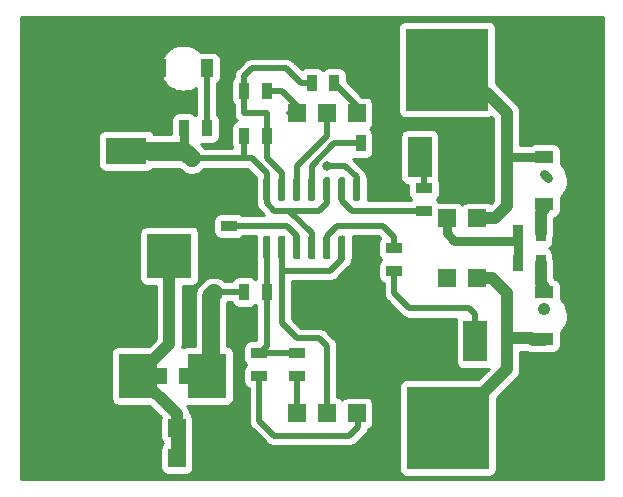
<source format=gbr>
G04 #@! TF.GenerationSoftware,KiCad,Pcbnew,5.99.0-unknown-d20d310~100~ubuntu19.10.1*
G04 #@! TF.CreationDate,2019-12-12T13:35:59+01:00*
G04 #@! TF.ProjectId,DEWHEAT,44455748-4541-4542-9e6b-696361645f70,rev?*
G04 #@! TF.SameCoordinates,Original*
G04 #@! TF.FileFunction,Copper,L1,Top*
G04 #@! TF.FilePolarity,Positive*
%FSLAX46Y46*%
G04 Gerber Fmt 4.6, Leading zero omitted, Abs format (unit mm)*
G04 Created by KiCad (PCBNEW 5.99.0-unknown-d20d310~100~ubuntu19.10.1) date 2019-12-12 13:35:59*
%MOMM*%
%LPD*%
G04 APERTURE LIST*
%ADD10R,3.810000X3.810000*%
%ADD11R,3.500000X2.300000*%
%ADD12R,1.524000X1.524000*%
%ADD13C,6.000000*%
%ADD14R,0.889000X1.397000*%
%ADD15R,1.397000X0.889000*%
%ADD16R,2.000000X3.500000*%
%ADD17R,7.000000X7.000000*%
%ADD18R,3.330000X3.810000*%
%ADD19R,1.500000X1.050000*%
%ADD20R,1.050000X1.500000*%
%ADD21C,0.800000*%
%ADD22C,0.500000*%
%ADD23C,1.500000*%
%ADD24C,0.250000*%
%ADD25C,0.750000*%
%ADD26C,1.000000*%
%ADD27C,0.254000*%
G04 APERTURE END LIST*
D10*
X76275000Y-74215000D03*
X79375000Y-69215000D03*
X73175000Y-69215000D03*
D11*
X70325000Y-60325000D03*
X75725000Y-60325000D03*
D12*
X95250000Y-57150000D03*
X92710000Y-57150000D03*
X90170000Y-57150000D03*
X90170000Y-82550000D03*
X92710000Y-82550000D03*
X95250000Y-82550000D03*
D13*
X111760000Y-53340000D03*
X71120000Y-83820000D03*
X71120000Y-53340000D03*
X111760000Y-83820000D03*
D14*
X85725000Y-72263000D03*
X87630000Y-72263000D03*
G04 #@! TA.AperFunction,SMDPad,CuDef*
G36*
X87837403Y-62601418D02*
G01*
X87886066Y-62633934D01*
X87918582Y-62682597D01*
X87930000Y-62740000D01*
X87930000Y-64390000D01*
X87918582Y-64447403D01*
X87886066Y-64496066D01*
X87837403Y-64528582D01*
X87780000Y-64540000D01*
X87480000Y-64540000D01*
X87422597Y-64528582D01*
X87373934Y-64496066D01*
X87341418Y-64447403D01*
X87330000Y-64390000D01*
X87330000Y-62740000D01*
X87341418Y-62682597D01*
X87373934Y-62633934D01*
X87422597Y-62601418D01*
X87480000Y-62590000D01*
X87780000Y-62590000D01*
X87837403Y-62601418D01*
G37*
G04 #@! TD.AperFunction*
G04 #@! TA.AperFunction,SMDPad,CuDef*
G36*
X89107403Y-62601418D02*
G01*
X89156066Y-62633934D01*
X89188582Y-62682597D01*
X89200000Y-62740000D01*
X89200000Y-64390000D01*
X89188582Y-64447403D01*
X89156066Y-64496066D01*
X89107403Y-64528582D01*
X89050000Y-64540000D01*
X88750000Y-64540000D01*
X88692597Y-64528582D01*
X88643934Y-64496066D01*
X88611418Y-64447403D01*
X88600000Y-64390000D01*
X88600000Y-62740000D01*
X88611418Y-62682597D01*
X88643934Y-62633934D01*
X88692597Y-62601418D01*
X88750000Y-62590000D01*
X89050000Y-62590000D01*
X89107403Y-62601418D01*
G37*
G04 #@! TD.AperFunction*
G04 #@! TA.AperFunction,SMDPad,CuDef*
G36*
X90377403Y-62601418D02*
G01*
X90426066Y-62633934D01*
X90458582Y-62682597D01*
X90470000Y-62740000D01*
X90470000Y-64390000D01*
X90458582Y-64447403D01*
X90426066Y-64496066D01*
X90377403Y-64528582D01*
X90320000Y-64540000D01*
X90020000Y-64540000D01*
X89962597Y-64528582D01*
X89913934Y-64496066D01*
X89881418Y-64447403D01*
X89870000Y-64390000D01*
X89870000Y-62740000D01*
X89881418Y-62682597D01*
X89913934Y-62633934D01*
X89962597Y-62601418D01*
X90020000Y-62590000D01*
X90320000Y-62590000D01*
X90377403Y-62601418D01*
G37*
G04 #@! TD.AperFunction*
G04 #@! TA.AperFunction,SMDPad,CuDef*
G36*
X91647403Y-62601418D02*
G01*
X91696066Y-62633934D01*
X91728582Y-62682597D01*
X91740000Y-62740000D01*
X91740000Y-64390000D01*
X91728582Y-64447403D01*
X91696066Y-64496066D01*
X91647403Y-64528582D01*
X91590000Y-64540000D01*
X91290000Y-64540000D01*
X91232597Y-64528582D01*
X91183934Y-64496066D01*
X91151418Y-64447403D01*
X91140000Y-64390000D01*
X91140000Y-62740000D01*
X91151418Y-62682597D01*
X91183934Y-62633934D01*
X91232597Y-62601418D01*
X91290000Y-62590000D01*
X91590000Y-62590000D01*
X91647403Y-62601418D01*
G37*
G04 #@! TD.AperFunction*
G04 #@! TA.AperFunction,SMDPad,CuDef*
G36*
X92917403Y-62601418D02*
G01*
X92966066Y-62633934D01*
X92998582Y-62682597D01*
X93010000Y-62740000D01*
X93010000Y-64390000D01*
X92998582Y-64447403D01*
X92966066Y-64496066D01*
X92917403Y-64528582D01*
X92860000Y-64540000D01*
X92560000Y-64540000D01*
X92502597Y-64528582D01*
X92453934Y-64496066D01*
X92421418Y-64447403D01*
X92410000Y-64390000D01*
X92410000Y-62740000D01*
X92421418Y-62682597D01*
X92453934Y-62633934D01*
X92502597Y-62601418D01*
X92560000Y-62590000D01*
X92860000Y-62590000D01*
X92917403Y-62601418D01*
G37*
G04 #@! TD.AperFunction*
G04 #@! TA.AperFunction,SMDPad,CuDef*
G36*
X94187403Y-62601418D02*
G01*
X94236066Y-62633934D01*
X94268582Y-62682597D01*
X94280000Y-62740000D01*
X94280000Y-64390000D01*
X94268582Y-64447403D01*
X94236066Y-64496066D01*
X94187403Y-64528582D01*
X94130000Y-64540000D01*
X93830000Y-64540000D01*
X93772597Y-64528582D01*
X93723934Y-64496066D01*
X93691418Y-64447403D01*
X93680000Y-64390000D01*
X93680000Y-62740000D01*
X93691418Y-62682597D01*
X93723934Y-62633934D01*
X93772597Y-62601418D01*
X93830000Y-62590000D01*
X94130000Y-62590000D01*
X94187403Y-62601418D01*
G37*
G04 #@! TD.AperFunction*
G04 #@! TA.AperFunction,SMDPad,CuDef*
G36*
X95457403Y-62601418D02*
G01*
X95506066Y-62633934D01*
X95538582Y-62682597D01*
X95550000Y-62740000D01*
X95550000Y-64390000D01*
X95538582Y-64447403D01*
X95506066Y-64496066D01*
X95457403Y-64528582D01*
X95400000Y-64540000D01*
X95100000Y-64540000D01*
X95042597Y-64528582D01*
X94993934Y-64496066D01*
X94961418Y-64447403D01*
X94950000Y-64390000D01*
X94950000Y-62740000D01*
X94961418Y-62682597D01*
X94993934Y-62633934D01*
X95042597Y-62601418D01*
X95100000Y-62590000D01*
X95400000Y-62590000D01*
X95457403Y-62601418D01*
G37*
G04 #@! TD.AperFunction*
G04 #@! TA.AperFunction,SMDPad,CuDef*
G36*
X95457403Y-67551418D02*
G01*
X95506066Y-67583934D01*
X95538582Y-67632597D01*
X95550000Y-67690000D01*
X95550000Y-69340000D01*
X95538582Y-69397403D01*
X95506066Y-69446066D01*
X95457403Y-69478582D01*
X95400000Y-69490000D01*
X95100000Y-69490000D01*
X95042597Y-69478582D01*
X94993934Y-69446066D01*
X94961418Y-69397403D01*
X94950000Y-69340000D01*
X94950000Y-67690000D01*
X94961418Y-67632597D01*
X94993934Y-67583934D01*
X95042597Y-67551418D01*
X95100000Y-67540000D01*
X95400000Y-67540000D01*
X95457403Y-67551418D01*
G37*
G04 #@! TD.AperFunction*
G04 #@! TA.AperFunction,SMDPad,CuDef*
G36*
X94187403Y-67551418D02*
G01*
X94236066Y-67583934D01*
X94268582Y-67632597D01*
X94280000Y-67690000D01*
X94280000Y-69340000D01*
X94268582Y-69397403D01*
X94236066Y-69446066D01*
X94187403Y-69478582D01*
X94130000Y-69490000D01*
X93830000Y-69490000D01*
X93772597Y-69478582D01*
X93723934Y-69446066D01*
X93691418Y-69397403D01*
X93680000Y-69340000D01*
X93680000Y-67690000D01*
X93691418Y-67632597D01*
X93723934Y-67583934D01*
X93772597Y-67551418D01*
X93830000Y-67540000D01*
X94130000Y-67540000D01*
X94187403Y-67551418D01*
G37*
G04 #@! TD.AperFunction*
G04 #@! TA.AperFunction,SMDPad,CuDef*
G36*
X92917403Y-67551418D02*
G01*
X92966066Y-67583934D01*
X92998582Y-67632597D01*
X93010000Y-67690000D01*
X93010000Y-69340000D01*
X92998582Y-69397403D01*
X92966066Y-69446066D01*
X92917403Y-69478582D01*
X92860000Y-69490000D01*
X92560000Y-69490000D01*
X92502597Y-69478582D01*
X92453934Y-69446066D01*
X92421418Y-69397403D01*
X92410000Y-69340000D01*
X92410000Y-67690000D01*
X92421418Y-67632597D01*
X92453934Y-67583934D01*
X92502597Y-67551418D01*
X92560000Y-67540000D01*
X92860000Y-67540000D01*
X92917403Y-67551418D01*
G37*
G04 #@! TD.AperFunction*
G04 #@! TA.AperFunction,SMDPad,CuDef*
G36*
X91647403Y-67551418D02*
G01*
X91696066Y-67583934D01*
X91728582Y-67632597D01*
X91740000Y-67690000D01*
X91740000Y-69340000D01*
X91728582Y-69397403D01*
X91696066Y-69446066D01*
X91647403Y-69478582D01*
X91590000Y-69490000D01*
X91290000Y-69490000D01*
X91232597Y-69478582D01*
X91183934Y-69446066D01*
X91151418Y-69397403D01*
X91140000Y-69340000D01*
X91140000Y-67690000D01*
X91151418Y-67632597D01*
X91183934Y-67583934D01*
X91232597Y-67551418D01*
X91290000Y-67540000D01*
X91590000Y-67540000D01*
X91647403Y-67551418D01*
G37*
G04 #@! TD.AperFunction*
G04 #@! TA.AperFunction,SMDPad,CuDef*
G36*
X90377403Y-67551418D02*
G01*
X90426066Y-67583934D01*
X90458582Y-67632597D01*
X90470000Y-67690000D01*
X90470000Y-69340000D01*
X90458582Y-69397403D01*
X90426066Y-69446066D01*
X90377403Y-69478582D01*
X90320000Y-69490000D01*
X90020000Y-69490000D01*
X89962597Y-69478582D01*
X89913934Y-69446066D01*
X89881418Y-69397403D01*
X89870000Y-69340000D01*
X89870000Y-67690000D01*
X89881418Y-67632597D01*
X89913934Y-67583934D01*
X89962597Y-67551418D01*
X90020000Y-67540000D01*
X90320000Y-67540000D01*
X90377403Y-67551418D01*
G37*
G04 #@! TD.AperFunction*
G04 #@! TA.AperFunction,SMDPad,CuDef*
G36*
X89107403Y-67551418D02*
G01*
X89156066Y-67583934D01*
X89188582Y-67632597D01*
X89200000Y-67690000D01*
X89200000Y-69340000D01*
X89188582Y-69397403D01*
X89156066Y-69446066D01*
X89107403Y-69478582D01*
X89050000Y-69490000D01*
X88750000Y-69490000D01*
X88692597Y-69478582D01*
X88643934Y-69446066D01*
X88611418Y-69397403D01*
X88600000Y-69340000D01*
X88600000Y-67690000D01*
X88611418Y-67632597D01*
X88643934Y-67583934D01*
X88692597Y-67551418D01*
X88750000Y-67540000D01*
X89050000Y-67540000D01*
X89107403Y-67551418D01*
G37*
G04 #@! TD.AperFunction*
G04 #@! TA.AperFunction,SMDPad,CuDef*
G36*
X87837403Y-67551418D02*
G01*
X87886066Y-67583934D01*
X87918582Y-67632597D01*
X87930000Y-67690000D01*
X87930000Y-69340000D01*
X87918582Y-69397403D01*
X87886066Y-69446066D01*
X87837403Y-69478582D01*
X87780000Y-69490000D01*
X87480000Y-69490000D01*
X87422597Y-69478582D01*
X87373934Y-69446066D01*
X87341418Y-69397403D01*
X87330000Y-69340000D01*
X87330000Y-67690000D01*
X87341418Y-67632597D01*
X87373934Y-67583934D01*
X87422597Y-67551418D01*
X87480000Y-67540000D01*
X87780000Y-67540000D01*
X87837403Y-67551418D01*
G37*
G04 #@! TD.AperFunction*
X108902500Y-67310000D03*
X110807500Y-67310000D03*
X108902500Y-69850000D03*
X110807500Y-69850000D03*
D15*
X100965000Y-63500000D03*
X100965000Y-65405000D03*
X98425000Y-70485000D03*
X98425000Y-68580000D03*
D14*
X80645000Y-58420000D03*
X82550000Y-58420000D03*
X80645000Y-79375000D03*
X78740000Y-79375000D03*
D16*
X100570000Y-60850000D03*
X105150000Y-60850000D03*
D17*
X102870000Y-53450000D03*
D16*
X105270000Y-76420000D03*
X100690000Y-76420000D03*
D17*
X102970000Y-83820000D03*
D12*
X102870000Y-66040000D03*
X105410000Y-66040000D03*
X102870000Y-71120000D03*
X105410000Y-71120000D03*
X82550000Y-83820000D03*
X82550000Y-86360000D03*
X80010000Y-83820000D03*
X80010000Y-86360000D03*
X77470000Y-83820000D03*
X77470000Y-86360000D03*
D18*
X82550000Y-79375000D03*
X76730000Y-79375000D03*
D19*
X111125000Y-60865000D03*
X111125000Y-64865000D03*
X111125000Y-76295000D03*
X111125000Y-72295000D03*
D20*
X78550000Y-53340000D03*
X82550000Y-53340000D03*
D14*
X87630000Y-55245000D03*
X85725000Y-55245000D03*
D15*
X86995000Y-79375000D03*
X86995000Y-77470000D03*
D14*
X91440000Y-54610000D03*
X93345000Y-54610000D03*
D15*
X90170000Y-77470000D03*
X90170000Y-79375000D03*
D14*
X95567500Y-59690000D03*
X97472500Y-59690000D03*
D15*
X84455000Y-66675000D03*
X84455000Y-68580000D03*
D14*
X85725000Y-59055000D03*
X87630000Y-59055000D03*
D21*
X92710000Y-61587000D03*
X83185000Y-73660000D03*
X81280000Y-60960000D03*
X83185000Y-72390000D03*
X103505000Y-62865000D03*
X103505000Y-61595000D03*
X105410000Y-63500000D03*
X99060000Y-77470000D03*
X99060000Y-76200000D03*
X99060000Y-74930000D03*
D22*
X95250000Y-63565000D02*
X95250000Y-62590000D01*
X95250000Y-62590000D02*
X94247000Y-61587000D01*
X93275685Y-61587000D02*
X92710000Y-61587000D01*
X94247000Y-61587000D02*
X93275685Y-61587000D01*
D23*
X82920000Y-77470000D02*
X82920000Y-73395000D01*
D24*
X82920000Y-73395000D02*
X83185000Y-73660000D01*
D23*
X82920000Y-73395000D02*
X82920000Y-72655000D01*
D22*
X82550000Y-54610000D02*
X82550000Y-58420000D01*
X85725000Y-60960000D02*
X81280000Y-60960000D01*
X85725000Y-59055000D02*
X85725000Y-60960000D01*
X86360000Y-53340000D02*
X85725000Y-53975000D01*
X85725000Y-53975000D02*
X85725000Y-55245000D01*
X87630000Y-57150000D02*
X85725000Y-57150000D01*
X87630000Y-59055000D02*
X87630000Y-57150000D01*
X85725000Y-57150000D02*
X85725000Y-55245000D01*
D24*
X93980000Y-68515000D02*
X93980000Y-67540000D01*
D25*
X80645000Y-58420000D02*
X80645000Y-60325000D01*
D22*
X104870000Y-54590000D02*
X104775000Y-54685000D01*
X104870000Y-53340000D02*
X104870000Y-54590000D01*
X104775000Y-54685000D02*
X104775000Y-55245000D01*
X100870000Y-56420000D02*
X100965000Y-56515000D01*
X100870000Y-53340000D02*
X100870000Y-56420000D01*
X102870000Y-56515000D02*
X103505000Y-56515000D01*
X104140000Y-56515000D02*
X102870000Y-56515000D01*
X100965000Y-61100000D02*
X101215000Y-60850000D01*
X100965000Y-63500000D02*
X100965000Y-61100000D01*
X85653500Y-66675000D02*
X84455000Y-66675000D01*
X90170000Y-67540000D02*
X89305000Y-66675000D01*
X89305000Y-66675000D02*
X85653500Y-66675000D01*
X90170000Y-68515000D02*
X90170000Y-67540000D01*
X87630000Y-63565000D02*
X87630000Y-62230000D01*
X86360000Y-60960000D02*
X85725000Y-60960000D01*
X87630000Y-62230000D02*
X86360000Y-60960000D01*
X87630000Y-63565000D02*
X87630000Y-64770000D01*
X87630000Y-64770000D02*
X88265000Y-65405000D01*
X92075000Y-65405000D02*
X92710000Y-64770000D01*
X92710000Y-64770000D02*
X92710000Y-64265010D01*
X89535000Y-65405000D02*
X91440000Y-67310000D01*
X89535000Y-65405000D02*
X92075000Y-65405000D01*
X88265000Y-65405000D02*
X89535000Y-65405000D01*
X91440000Y-67310000D02*
X91440000Y-67814990D01*
X83312000Y-72263000D02*
X83185000Y-72390000D01*
X85725000Y-72263000D02*
X83312000Y-72263000D01*
X87630000Y-68515000D02*
X87630000Y-72263000D01*
X87630000Y-76835000D02*
X86995000Y-77470000D01*
X87630000Y-72263000D02*
X87630000Y-76835000D01*
X90170000Y-77470000D02*
X86995000Y-77470000D01*
X90170000Y-79375000D02*
X90170000Y-82550000D01*
X86995000Y-79375000D02*
X86995000Y-83185000D01*
X86995000Y-83185000D02*
X88265000Y-84455000D01*
X88265000Y-84455000D02*
X94615000Y-84455000D01*
X95315010Y-83754990D02*
X95315010Y-82550000D01*
X94615000Y-84455000D02*
X95315010Y-83754990D01*
X92710000Y-76835000D02*
X92710000Y-82550000D01*
X92075000Y-76200000D02*
X92710000Y-76835000D01*
X90170000Y-76200000D02*
X92075000Y-76200000D01*
X88900000Y-74930000D02*
X90170000Y-76200000D01*
X92985000Y-70485000D02*
X93980000Y-69490000D01*
X93980000Y-69490000D02*
X93980000Y-68515000D01*
X88900000Y-70485000D02*
X92985000Y-70485000D01*
X88900000Y-70485000D02*
X88900000Y-74930000D01*
X88900000Y-68515000D02*
X88900000Y-70485000D01*
X98425000Y-67635500D02*
X97464500Y-66675000D01*
X98425000Y-68580000D02*
X98425000Y-67635500D01*
X92710000Y-67540000D02*
X92710000Y-68515000D01*
X93575000Y-66675000D02*
X92710000Y-67540000D01*
X97464500Y-66675000D02*
X93575000Y-66675000D01*
X105270000Y-74170000D02*
X105270000Y-76420000D01*
X104760000Y-73660000D02*
X105270000Y-74170000D01*
X98425000Y-72390000D02*
X99695000Y-73660000D01*
X99695000Y-73660000D02*
X104760000Y-73660000D01*
X98425000Y-70485000D02*
X98425000Y-72390000D01*
D26*
X102970000Y-83820000D02*
X107950000Y-78840000D01*
X107950000Y-57785000D02*
X107950000Y-57150000D01*
D25*
X104250000Y-53450000D02*
X102870000Y-53450000D01*
D26*
X107950000Y-57150000D02*
X104250000Y-53450000D01*
X106922000Y-66040000D02*
X105410000Y-66040000D01*
X107950000Y-65012000D02*
X106922000Y-66040000D01*
X111074999Y-73710001D02*
X111125000Y-73710001D01*
D25*
X111442500Y-62642500D02*
X111125000Y-62325000D01*
X103505000Y-67945000D02*
X108585000Y-67945000D01*
X102870000Y-66040000D02*
X102870000Y-67310000D01*
X102870000Y-67310000D02*
X103505000Y-67945000D01*
X108902500Y-67310000D02*
X108902500Y-69850000D01*
D26*
X111125000Y-65294000D02*
X111125000Y-64915001D01*
X110807500Y-67310000D02*
X110807500Y-65611500D01*
X110807500Y-65611500D02*
X111125000Y-65294000D01*
X111125000Y-71866000D02*
X111125000Y-72244999D01*
X110807500Y-69850000D02*
X110807500Y-71548500D01*
X110807500Y-71548500D02*
X111125000Y-71866000D01*
X107950000Y-73660000D02*
X107950000Y-74930000D01*
X107950000Y-72390000D02*
X107950000Y-73660000D01*
X105410000Y-71120000D02*
X106680000Y-71120000D01*
X106680000Y-71120000D02*
X107950000Y-72390000D01*
X110140999Y-76345001D02*
X111125000Y-76345001D01*
X107950000Y-76200000D02*
X109995998Y-76200000D01*
X107950000Y-76200000D02*
X107950000Y-74930000D01*
X109995998Y-76200000D02*
X110140999Y-76345001D01*
X107950000Y-78840000D02*
X107950000Y-76200000D01*
D25*
X108045000Y-60865000D02*
X107950000Y-60960000D01*
X111125000Y-60865000D02*
X108045000Y-60865000D01*
D26*
X107950000Y-57785000D02*
X107950000Y-60960000D01*
X107950000Y-60960000D02*
X107950000Y-65012000D01*
D22*
X90170000Y-57150000D02*
X89535000Y-57150000D01*
X90170000Y-57150000D02*
X90170000Y-56515000D01*
X90170000Y-56515000D02*
X88900000Y-55245000D01*
X88900000Y-55245000D02*
X87630000Y-55245000D01*
X90170000Y-63565000D02*
X90170000Y-61595000D01*
X88900000Y-63565000D02*
X88900000Y-62230000D01*
X87630000Y-60960000D02*
X87630000Y-59055000D01*
X88900000Y-62230000D02*
X87630000Y-60960000D01*
X95567500Y-59690000D02*
X93345000Y-59690000D01*
X91440000Y-61595000D02*
X91440000Y-63565000D01*
X93345000Y-59690000D02*
X91440000Y-61595000D01*
X93980000Y-64540000D02*
X93980000Y-63565000D01*
X94845000Y-65405000D02*
X93980000Y-64540000D01*
X100965000Y-65405000D02*
X94845000Y-65405000D01*
X90170000Y-61595000D02*
X92710000Y-59055000D01*
X92710000Y-59055000D02*
X92710000Y-57150000D01*
X95250000Y-56515000D02*
X93345000Y-54610000D01*
X95250000Y-57150000D02*
X95250000Y-56515000D01*
X90495500Y-54610000D02*
X89225500Y-53340000D01*
X91440000Y-54610000D02*
X90495500Y-54610000D01*
X89225500Y-53340000D02*
X86360000Y-53340000D01*
X82550000Y-54610000D02*
X82550000Y-53340000D01*
X77630000Y-60960000D02*
X76995000Y-60325000D01*
X81280000Y-60960000D02*
X77630000Y-60960000D01*
D23*
X82920000Y-72655000D02*
X83185000Y-72390000D01*
X80645000Y-60325000D02*
X81280000Y-60960000D01*
X76995000Y-60325000D02*
X80645000Y-60325000D01*
D24*
X80645000Y-86360000D02*
X80645000Y-83820000D01*
D26*
X79375000Y-76730000D02*
X76730000Y-79375000D01*
X79375000Y-69215000D02*
X79375000Y-76730000D01*
X80010000Y-86360000D02*
X80010000Y-83820000D01*
X80010000Y-82655000D02*
X76730000Y-79375000D01*
X80010000Y-83820000D02*
X80010000Y-82655000D01*
G36*
X116079000Y-88139000D02*
G01*
X66801000Y-88139000D01*
X66801000Y-59163976D01*
X73333163Y-59163976D01*
X73333163Y-61491588D01*
X73413795Y-61792512D01*
X73561185Y-61968165D01*
X73754814Y-62079956D01*
X73963976Y-62116837D01*
X77491588Y-62116837D01*
X77792512Y-62036205D01*
X77968165Y-61888815D01*
X77994039Y-61844000D01*
X80206730Y-61844000D01*
X80354468Y-61991739D01*
X80529946Y-62132828D01*
X80799290Y-62266531D01*
X81091062Y-62339278D01*
X81391650Y-62347674D01*
X81687028Y-62291327D01*
X81963415Y-62172868D01*
X82207919Y-61997819D01*
X82346418Y-61844000D01*
X85712482Y-61844000D01*
X85846203Y-61844817D01*
X85849062Y-61844000D01*
X85993837Y-61844000D01*
X86715388Y-62565551D01*
X86690262Y-62732252D01*
X86690262Y-64400121D01*
X86742438Y-64675876D01*
X86744199Y-64678927D01*
X86739798Y-64698377D01*
X86746001Y-64798354D01*
X86746001Y-64833399D01*
X86749837Y-64860186D01*
X86755477Y-64951105D01*
X86767711Y-64984995D01*
X86772819Y-65020658D01*
X86810523Y-65103585D01*
X86841592Y-65189645D01*
X86862498Y-65217897D01*
X86877624Y-65251165D01*
X86944815Y-65329143D01*
X86961421Y-65351585D01*
X86981153Y-65371316D01*
X87042913Y-65442992D01*
X87071096Y-65461259D01*
X87400837Y-65791000D01*
X85612344Y-65791000D01*
X85567315Y-65737336D01*
X85373686Y-65625544D01*
X85164524Y-65588663D01*
X83739912Y-65588663D01*
X83438989Y-65669295D01*
X83263335Y-65816685D01*
X83151544Y-66010314D01*
X83114663Y-66219476D01*
X83114663Y-67136088D01*
X83195295Y-67437012D01*
X83342685Y-67612665D01*
X83536314Y-67724456D01*
X83745476Y-67761337D01*
X85170088Y-67761337D01*
X85471012Y-67680705D01*
X85616055Y-67559000D01*
X86708839Y-67559000D01*
X86690262Y-67682252D01*
X86690262Y-69350121D01*
X86742438Y-69625875D01*
X86746000Y-69632045D01*
X86746001Y-71105655D01*
X86692336Y-71150685D01*
X86675038Y-71180647D01*
X86583315Y-71071335D01*
X86389686Y-70959544D01*
X86180524Y-70922663D01*
X85263912Y-70922663D01*
X84962989Y-71003295D01*
X84787335Y-71150685D01*
X84675544Y-71344314D01*
X84669428Y-71379000D01*
X84130550Y-71379000D01*
X83999353Y-71260872D01*
X83737893Y-71112341D01*
X83450636Y-71023420D01*
X83150986Y-70998257D01*
X82852925Y-71038028D01*
X82566998Y-71142097D01*
X82245370Y-71372360D01*
X81982513Y-71635217D01*
X81911840Y-71694941D01*
X81830815Y-71800917D01*
X81747173Y-71904946D01*
X81739576Y-71920250D01*
X81729198Y-71933824D01*
X81672802Y-72054765D01*
X81613469Y-72174292D01*
X81609336Y-72190868D01*
X81600605Y-72209591D01*
X81592575Y-72258093D01*
X81540723Y-72466063D01*
X81537186Y-72592678D01*
X81536000Y-72599842D01*
X81536000Y-72635130D01*
X81532326Y-72766649D01*
X81536000Y-72785909D01*
X81536000Y-76828163D01*
X80868412Y-76828163D01*
X80567489Y-76908795D01*
X80486200Y-76977004D01*
X80493946Y-76915691D01*
X80515068Y-76801727D01*
X80509000Y-76696498D01*
X80509000Y-71761837D01*
X81296588Y-71761837D01*
X81597512Y-71681205D01*
X81773165Y-71533815D01*
X81884956Y-71340186D01*
X81921837Y-71131024D01*
X81921837Y-67293412D01*
X81841205Y-66992489D01*
X81693815Y-66816835D01*
X81500186Y-66705044D01*
X81291024Y-66668163D01*
X77453412Y-66668163D01*
X77152489Y-66748795D01*
X76976835Y-66896185D01*
X76865044Y-67089814D01*
X76828163Y-67298976D01*
X76828163Y-71136588D01*
X76908795Y-71437512D01*
X77056185Y-71613165D01*
X77249814Y-71724956D01*
X77458976Y-71761837D01*
X78241000Y-71761837D01*
X78241001Y-76260280D01*
X77673119Y-76828163D01*
X75048412Y-76828163D01*
X74747489Y-76908795D01*
X74571835Y-77056185D01*
X74460044Y-77249814D01*
X74423163Y-77458976D01*
X74423163Y-81296588D01*
X74503795Y-81597512D01*
X74651185Y-81773165D01*
X74844814Y-81884956D01*
X75053976Y-81921837D01*
X77673119Y-81921837D01*
X78634957Y-82883675D01*
X78606163Y-83046976D01*
X78606163Y-84598588D01*
X78686795Y-84899512D01*
X78834186Y-85075165D01*
X78864147Y-85092463D01*
X78754835Y-85184185D01*
X78643044Y-85377814D01*
X78606163Y-85586976D01*
X78606163Y-87138588D01*
X78686795Y-87439512D01*
X78834185Y-87615165D01*
X79027814Y-87726956D01*
X79236976Y-87763837D01*
X80788588Y-87763837D01*
X81089512Y-87683205D01*
X81265165Y-87535815D01*
X81376956Y-87342186D01*
X81413837Y-87133024D01*
X81413837Y-85581412D01*
X81404000Y-85544699D01*
X81404000Y-84648813D01*
X81413837Y-84593024D01*
X81413837Y-83041412D01*
X81333205Y-82740489D01*
X81185815Y-82564835D01*
X81140931Y-82538922D01*
X81132269Y-82489292D01*
X81119349Y-82382517D01*
X81108729Y-82354415D01*
X81103567Y-82324832D01*
X81060347Y-82226377D01*
X81022331Y-82125768D01*
X81005316Y-82101010D01*
X80993109Y-82073203D01*
X80932519Y-81995090D01*
X80882173Y-81921837D01*
X84231588Y-81921837D01*
X84532512Y-81841205D01*
X84708165Y-81693815D01*
X84819956Y-81500186D01*
X84856837Y-81291024D01*
X84856837Y-77453412D01*
X84776205Y-77152489D01*
X84628815Y-76976835D01*
X84435186Y-76865044D01*
X84304000Y-76841912D01*
X84304000Y-73207002D01*
X84352243Y-73147000D01*
X84683923Y-73147000D01*
X84719295Y-73279012D01*
X84866685Y-73454665D01*
X85060314Y-73566456D01*
X85269476Y-73603337D01*
X86186088Y-73603337D01*
X86487012Y-73522705D01*
X86662665Y-73375315D01*
X86679963Y-73345354D01*
X86746000Y-73424055D01*
X86746001Y-76383663D01*
X86279912Y-76383663D01*
X85978989Y-76464295D01*
X85803335Y-76611685D01*
X85691544Y-76805314D01*
X85654663Y-77014476D01*
X85654663Y-77931088D01*
X85735295Y-78232012D01*
X85882685Y-78407665D01*
X85912646Y-78424963D01*
X85803335Y-78516685D01*
X85691544Y-78710314D01*
X85654663Y-78919476D01*
X85654663Y-79836088D01*
X85735295Y-80137012D01*
X85882685Y-80312665D01*
X86076313Y-80424456D01*
X86111000Y-80430572D01*
X86111001Y-83085965D01*
X86104798Y-83113377D01*
X86111001Y-83213354D01*
X86111001Y-83248399D01*
X86114837Y-83275186D01*
X86120477Y-83366105D01*
X86132711Y-83399995D01*
X86137819Y-83435658D01*
X86175523Y-83518585D01*
X86206592Y-83604645D01*
X86227498Y-83632897D01*
X86242624Y-83666165D01*
X86309815Y-83744143D01*
X86326421Y-83766585D01*
X86346153Y-83786316D01*
X86407913Y-83857992D01*
X86436096Y-83876259D01*
X87569889Y-85010053D01*
X87584886Y-85033822D01*
X87659970Y-85100134D01*
X87684747Y-85124912D01*
X87706399Y-85141139D01*
X87774680Y-85201442D01*
X87807288Y-85216752D01*
X87836121Y-85238361D01*
X87921432Y-85270342D01*
X88004244Y-85309222D01*
X88039006Y-85314418D01*
X88073224Y-85327245D01*
X88175885Y-85334875D01*
X88203487Y-85339000D01*
X88231395Y-85339000D01*
X88325742Y-85346011D01*
X88358586Y-85339000D01*
X94515970Y-85339000D01*
X94543377Y-85345202D01*
X94643338Y-85339000D01*
X94678400Y-85339000D01*
X94705192Y-85335163D01*
X94796105Y-85329523D01*
X94829985Y-85317291D01*
X94865657Y-85312183D01*
X94948603Y-85274470D01*
X95034643Y-85243409D01*
X95062895Y-85222504D01*
X95096166Y-85207376D01*
X95174157Y-85140174D01*
X95196584Y-85123579D01*
X95216308Y-85103855D01*
X95287992Y-85042088D01*
X95306259Y-85013905D01*
X95870067Y-84450098D01*
X95893831Y-84435104D01*
X95960139Y-84360025D01*
X95984923Y-84335242D01*
X96001154Y-84313585D01*
X96061452Y-84245311D01*
X96076763Y-84212698D01*
X96098371Y-84183867D01*
X96130348Y-84098566D01*
X96169232Y-84015746D01*
X96174428Y-83980984D01*
X96187255Y-83946766D01*
X96189943Y-83910603D01*
X96329512Y-83873205D01*
X96505165Y-83725815D01*
X96616956Y-83532186D01*
X96653837Y-83323024D01*
X96653837Y-81771412D01*
X96573205Y-81470489D01*
X96425815Y-81294835D01*
X96232186Y-81183044D01*
X96023024Y-81146163D01*
X94471412Y-81146163D01*
X94170489Y-81226795D01*
X93994835Y-81374185D01*
X93977537Y-81404146D01*
X93885815Y-81294835D01*
X93692186Y-81183044D01*
X93594000Y-81165731D01*
X93594000Y-76934031D01*
X93600202Y-76906624D01*
X93594000Y-76806662D01*
X93594000Y-76771600D01*
X93590163Y-76744808D01*
X93584523Y-76653894D01*
X93572291Y-76620013D01*
X93567182Y-76584343D01*
X93529471Y-76501398D01*
X93498408Y-76415354D01*
X93477502Y-76387101D01*
X93462377Y-76353836D01*
X93395179Y-76275849D01*
X93378579Y-76253414D01*
X93358843Y-76233679D01*
X93297088Y-76162009D01*
X93268908Y-76143743D01*
X92770111Y-75644947D01*
X92755114Y-75621178D01*
X92680021Y-75554858D01*
X92655251Y-75530087D01*
X92633608Y-75513868D01*
X92565320Y-75453557D01*
X92532708Y-75438246D01*
X92503879Y-75416639D01*
X92418572Y-75384660D01*
X92335755Y-75345777D01*
X92300993Y-75340582D01*
X92266775Y-75327755D01*
X92164127Y-75320127D01*
X92136513Y-75316000D01*
X92108605Y-75316000D01*
X92014258Y-75308989D01*
X91981414Y-75316000D01*
X90536165Y-75316000D01*
X89784000Y-74563836D01*
X89784000Y-71369000D01*
X92885970Y-71369000D01*
X92913377Y-71375202D01*
X93013338Y-71369000D01*
X93048400Y-71369000D01*
X93075192Y-71365163D01*
X93166105Y-71359523D01*
X93199985Y-71347291D01*
X93235657Y-71342183D01*
X93318603Y-71304470D01*
X93404643Y-71273409D01*
X93432895Y-71252504D01*
X93466166Y-71237376D01*
X93544157Y-71170174D01*
X93566584Y-71153579D01*
X93586308Y-71133855D01*
X93657992Y-71072088D01*
X93676259Y-71043905D01*
X94535057Y-70185108D01*
X94558821Y-70170114D01*
X94625129Y-70095035D01*
X94649913Y-70070252D01*
X94666138Y-70048602D01*
X94726443Y-69980320D01*
X94741755Y-69947705D01*
X94763360Y-69918879D01*
X94795336Y-69833580D01*
X94834222Y-69750756D01*
X94839418Y-69715994D01*
X94852245Y-69681776D01*
X94855743Y-69634703D01*
X94885937Y-69572004D01*
X94919738Y-69347748D01*
X94919738Y-67679879D01*
X94896867Y-67559000D01*
X97098337Y-67559000D01*
X97248390Y-67709053D01*
X97233335Y-67721685D01*
X97121544Y-67915314D01*
X97084663Y-68124476D01*
X97084663Y-69041088D01*
X97165295Y-69342012D01*
X97312685Y-69517665D01*
X97342646Y-69534963D01*
X97233335Y-69626685D01*
X97121544Y-69820314D01*
X97084663Y-70029476D01*
X97084663Y-70946088D01*
X97165295Y-71247012D01*
X97312685Y-71422665D01*
X97506313Y-71534456D01*
X97541000Y-71540572D01*
X97541001Y-72290965D01*
X97534798Y-72318377D01*
X97541001Y-72418354D01*
X97541001Y-72453399D01*
X97544837Y-72480186D01*
X97550477Y-72571105D01*
X97562711Y-72604995D01*
X97567819Y-72640658D01*
X97605523Y-72723585D01*
X97636592Y-72809645D01*
X97657498Y-72837897D01*
X97672624Y-72871165D01*
X97739815Y-72949143D01*
X97756421Y-72971585D01*
X97776153Y-72991316D01*
X97837913Y-73062992D01*
X97866096Y-73081259D01*
X98999889Y-74215053D01*
X99014886Y-74238822D01*
X99089970Y-74305134D01*
X99114747Y-74329912D01*
X99136399Y-74346139D01*
X99204680Y-74406442D01*
X99237288Y-74421752D01*
X99266121Y-74443361D01*
X99351432Y-74475342D01*
X99434244Y-74514222D01*
X99469006Y-74519418D01*
X99503224Y-74532245D01*
X99605885Y-74539875D01*
X99633487Y-74544000D01*
X99661395Y-74544000D01*
X99755742Y-74551011D01*
X99788586Y-74544000D01*
X103648436Y-74544000D01*
X103628163Y-74658976D01*
X103628163Y-78186588D01*
X103708795Y-78487512D01*
X103856185Y-78663165D01*
X104049814Y-78774956D01*
X104258976Y-78811837D01*
X106286588Y-78811837D01*
X106406604Y-78779679D01*
X105508120Y-79678163D01*
X99453412Y-79678163D01*
X99152489Y-79758795D01*
X98976835Y-79906185D01*
X98865044Y-80099814D01*
X98828163Y-80308976D01*
X98828163Y-87336588D01*
X98908795Y-87637512D01*
X99056185Y-87813165D01*
X99249814Y-87924956D01*
X99458976Y-87961837D01*
X106486588Y-87961837D01*
X106787512Y-87881205D01*
X106963165Y-87733815D01*
X107074956Y-87540186D01*
X107111837Y-87331024D01*
X107111837Y-81281880D01*
X108724048Y-79669669D01*
X108798910Y-79604362D01*
X108860746Y-79516379D01*
X108927103Y-79431753D01*
X108939464Y-79404376D01*
X108956732Y-79379806D01*
X108995790Y-79279626D01*
X109040050Y-79181600D01*
X109045522Y-79152071D01*
X109056555Y-79123772D01*
X109068945Y-79025694D01*
X109090068Y-78911727D01*
X109084000Y-78806493D01*
X109084000Y-77334000D01*
X109575596Y-77334000D01*
X109576621Y-77334463D01*
X109601195Y-77351733D01*
X109701384Y-77390796D01*
X109799399Y-77435051D01*
X109828928Y-77440523D01*
X109857227Y-77451556D01*
X109955305Y-77463946D01*
X110069272Y-77485069D01*
X110174501Y-77479001D01*
X111193772Y-77479001D01*
X111335605Y-77461837D01*
X111891588Y-77461837D01*
X112192512Y-77381205D01*
X112368165Y-77233815D01*
X112479956Y-77040186D01*
X112516837Y-76831024D01*
X112516837Y-75753412D01*
X112507533Y-75718690D01*
X112637676Y-75586948D01*
X112808333Y-75355051D01*
X112943726Y-75100948D01*
X113041020Y-74829962D01*
X113098517Y-74546088D01*
X113109455Y-74154467D01*
X113067894Y-73867827D01*
X112985879Y-73591832D01*
X112864881Y-73330568D01*
X112707435Y-73089507D01*
X112516840Y-72873700D01*
X112510290Y-72868155D01*
X112516837Y-72831024D01*
X112516837Y-71753412D01*
X112436205Y-71452489D01*
X112288815Y-71276835D01*
X112095186Y-71165044D01*
X112008845Y-71149820D01*
X111981869Y-71110569D01*
X111941500Y-71074602D01*
X111941500Y-69781228D01*
X111916849Y-69577518D01*
X111893837Y-69516619D01*
X111893837Y-69134912D01*
X111813205Y-68833989D01*
X111665815Y-68658335D01*
X111530437Y-68580175D01*
X111569512Y-68569705D01*
X111745165Y-68422315D01*
X111856956Y-68228686D01*
X111893837Y-68019524D01*
X111893837Y-67645629D01*
X111914055Y-67593772D01*
X111941500Y-67376527D01*
X111941500Y-66086636D01*
X111973910Y-66058363D01*
X112015978Y-65998507D01*
X112192512Y-65951205D01*
X112368165Y-65803815D01*
X112479956Y-65610186D01*
X112516837Y-65401024D01*
X112516837Y-64323412D01*
X112507533Y-64288690D01*
X112637676Y-64156948D01*
X112808333Y-63925051D01*
X112943726Y-63670948D01*
X113041020Y-63399962D01*
X113098517Y-63116088D01*
X113109455Y-62724467D01*
X113067894Y-62437827D01*
X112985879Y-62161832D01*
X112864881Y-61900568D01*
X112707435Y-61659507D01*
X112516840Y-61443700D01*
X112510290Y-61438155D01*
X112516837Y-61401024D01*
X112516837Y-60323412D01*
X112436205Y-60022489D01*
X112288815Y-59846835D01*
X112095186Y-59735044D01*
X111886024Y-59698163D01*
X110358412Y-59698163D01*
X110057489Y-59778795D01*
X109965479Y-59856000D01*
X109084000Y-59856000D01*
X109084000Y-57189306D01*
X109090755Y-57090215D01*
X109072270Y-56984295D01*
X109059349Y-56877520D01*
X109048729Y-56849413D01*
X109043566Y-56819830D01*
X109000346Y-56721375D01*
X108962331Y-56620768D01*
X108945316Y-56596010D01*
X108933109Y-56568203D01*
X108872519Y-56490090D01*
X108806868Y-56394569D01*
X108728149Y-56324432D01*
X107011837Y-54608120D01*
X107011837Y-49933412D01*
X106931205Y-49632489D01*
X106783815Y-49456835D01*
X106590186Y-49345044D01*
X106381024Y-49308163D01*
X99353412Y-49308163D01*
X99052489Y-49388795D01*
X98876835Y-49536185D01*
X98765044Y-49729814D01*
X98728163Y-49938976D01*
X98728163Y-56966588D01*
X98808795Y-57267512D01*
X98956185Y-57443165D01*
X99149814Y-57554956D01*
X99358976Y-57591837D01*
X106386588Y-57591837D01*
X106687512Y-57511205D01*
X106698374Y-57502091D01*
X106816000Y-57619717D01*
X106816001Y-64542281D01*
X106577974Y-64780308D01*
X106392186Y-64673044D01*
X106183024Y-64636163D01*
X104631412Y-64636163D01*
X104330489Y-64716795D01*
X104154835Y-64864185D01*
X104137537Y-64894146D01*
X104045815Y-64784835D01*
X103852186Y-64673044D01*
X103643024Y-64636163D01*
X102218977Y-64636163D01*
X102077315Y-64467335D01*
X102047354Y-64450037D01*
X102156665Y-64358315D01*
X102268456Y-64164686D01*
X102305337Y-63955524D01*
X102305337Y-63038912D01*
X102224705Y-62737989D01*
X102195572Y-62703269D01*
X102211837Y-62611024D01*
X102211837Y-59083412D01*
X102131205Y-58782489D01*
X101983815Y-58606835D01*
X101790186Y-58495044D01*
X101581024Y-58458163D01*
X99553412Y-58458163D01*
X99252489Y-58538795D01*
X99076835Y-58686185D01*
X98965044Y-58879814D01*
X98928163Y-59088976D01*
X98928163Y-62616588D01*
X99008795Y-62917512D01*
X99156185Y-63093165D01*
X99349814Y-63204956D01*
X99558976Y-63241837D01*
X99624663Y-63241837D01*
X99624663Y-63961088D01*
X99705295Y-64262012D01*
X99852685Y-64437665D01*
X99882646Y-64454963D01*
X99803945Y-64521000D01*
X96171161Y-64521000D01*
X96189738Y-64397748D01*
X96189738Y-62729879D01*
X96137562Y-62454124D01*
X96126097Y-62434266D01*
X96124523Y-62408894D01*
X96112291Y-62375013D01*
X96107182Y-62339343D01*
X96069471Y-62256398D01*
X96038408Y-62170354D01*
X96017502Y-62142102D01*
X96002378Y-62108836D01*
X95935181Y-62030850D01*
X95918578Y-62008413D01*
X95898848Y-61988684D01*
X95837089Y-61917009D01*
X95808906Y-61898741D01*
X94942111Y-61031947D01*
X94927114Y-61008178D01*
X94912348Y-60995137D01*
X95111976Y-61030337D01*
X96028588Y-61030337D01*
X96329512Y-60949705D01*
X96505165Y-60802315D01*
X96616956Y-60608686D01*
X96653837Y-60399524D01*
X96653837Y-58974912D01*
X96573205Y-58673989D01*
X96425815Y-58498335D01*
X96351024Y-58455155D01*
X96505165Y-58325815D01*
X96616956Y-58132186D01*
X96653837Y-57923024D01*
X96653837Y-56371412D01*
X96573205Y-56070489D01*
X96425815Y-55894835D01*
X96232186Y-55783044D01*
X96023024Y-55746163D01*
X95731327Y-55746163D01*
X94431337Y-54446174D01*
X94431337Y-53894912D01*
X94350705Y-53593989D01*
X94203315Y-53418335D01*
X94009686Y-53306544D01*
X93800524Y-53269663D01*
X92883912Y-53269663D01*
X92582989Y-53350295D01*
X92407335Y-53497685D01*
X92390037Y-53527646D01*
X92298315Y-53418335D01*
X92104686Y-53306544D01*
X91895524Y-53269663D01*
X90978912Y-53269663D01*
X90677989Y-53350295D01*
X90573574Y-53437909D01*
X89920611Y-52784947D01*
X89905614Y-52761178D01*
X89830521Y-52694858D01*
X89805751Y-52670087D01*
X89784108Y-52653868D01*
X89715820Y-52593557D01*
X89683208Y-52578246D01*
X89654379Y-52556639D01*
X89569072Y-52524660D01*
X89486255Y-52485777D01*
X89451493Y-52480582D01*
X89417275Y-52467755D01*
X89314627Y-52460127D01*
X89287013Y-52456000D01*
X89259105Y-52456000D01*
X89164758Y-52448989D01*
X89131914Y-52456000D01*
X86459031Y-52456000D01*
X86431624Y-52449798D01*
X86331662Y-52456000D01*
X86296600Y-52456000D01*
X86269808Y-52459837D01*
X86178894Y-52465477D01*
X86145013Y-52477709D01*
X86109343Y-52482818D01*
X86026398Y-52520529D01*
X85940354Y-52551592D01*
X85912102Y-52572498D01*
X85878836Y-52587622D01*
X85800850Y-52654819D01*
X85778413Y-52671422D01*
X85758684Y-52691152D01*
X85687009Y-52752911D01*
X85668741Y-52781094D01*
X85169947Y-53279889D01*
X85146177Y-53294886D01*
X85079860Y-53369977D01*
X85055089Y-53394747D01*
X85038860Y-53416400D01*
X84978557Y-53484681D01*
X84963248Y-53517290D01*
X84941639Y-53546122D01*
X84909658Y-53631433D01*
X84870778Y-53714245D01*
X84865582Y-53749007D01*
X84852755Y-53783225D01*
X84845125Y-53885886D01*
X84841000Y-53913488D01*
X84841000Y-53941395D01*
X84833989Y-54035742D01*
X84841000Y-54068586D01*
X84841000Y-54087655D01*
X84787335Y-54132685D01*
X84675544Y-54326314D01*
X84638663Y-54535476D01*
X84638663Y-55960088D01*
X84719295Y-56261012D01*
X84841000Y-56406055D01*
X84841000Y-57137476D01*
X84840183Y-57271204D01*
X84858414Y-57334991D01*
X84867818Y-57400657D01*
X84893026Y-57456101D01*
X84909767Y-57514672D01*
X84945166Y-57570776D01*
X84972623Y-57631163D01*
X85012381Y-57677304D01*
X85044886Y-57728822D01*
X85083569Y-57762986D01*
X84962989Y-57795295D01*
X84787335Y-57942685D01*
X84675544Y-58136314D01*
X84638663Y-58345476D01*
X84638663Y-59770088D01*
X84719295Y-60071012D01*
X84723480Y-60076000D01*
X82337468Y-60076000D01*
X82297640Y-60020369D01*
X82025433Y-59748163D01*
X82094476Y-59760337D01*
X83011088Y-59760337D01*
X83312012Y-59679705D01*
X83487665Y-59532315D01*
X83599456Y-59338686D01*
X83636337Y-59129524D01*
X83636337Y-57704912D01*
X83555705Y-57403989D01*
X83434000Y-57258945D01*
X83434000Y-54616393D01*
X83568165Y-54503815D01*
X83679956Y-54310186D01*
X83716837Y-54101024D01*
X83716837Y-52573412D01*
X83636205Y-52272489D01*
X83488815Y-52096835D01*
X83295186Y-51985044D01*
X83086024Y-51948163D01*
X82008412Y-51948163D01*
X81975621Y-51956949D01*
X81941840Y-51918700D01*
X81722089Y-51732666D01*
X81477783Y-51580303D01*
X81214042Y-51464803D01*
X80936391Y-51388586D01*
X80650644Y-51353248D01*
X80362790Y-51359528D01*
X80078858Y-51407297D01*
X79804795Y-51495553D01*
X79546343Y-51622447D01*
X79308917Y-51785321D01*
X79097488Y-51980763D01*
X78916487Y-52204679D01*
X78769707Y-52452379D01*
X78660221Y-52718672D01*
X78590322Y-52997981D01*
X78561475Y-53284456D01*
X78574286Y-53572093D01*
X78628483Y-53854869D01*
X78722935Y-54126859D01*
X78855659Y-54382365D01*
X79023878Y-54616036D01*
X79224067Y-54822976D01*
X79452032Y-54998849D01*
X79702997Y-55139973D01*
X79971706Y-55243389D01*
X80252529Y-55306933D01*
X80539584Y-55329272D01*
X80826857Y-55309941D01*
X81108330Y-55249341D01*
X81378107Y-55148744D01*
X81630537Y-55010256D01*
X81666000Y-54983484D01*
X81666001Y-57262655D01*
X81612336Y-57307685D01*
X81595038Y-57337647D01*
X81503315Y-57228335D01*
X81309686Y-57116544D01*
X81100524Y-57079663D01*
X80183912Y-57079663D01*
X79882989Y-57160295D01*
X79707335Y-57307685D01*
X79595544Y-57501314D01*
X79558663Y-57710476D01*
X79558663Y-58941000D01*
X78058582Y-58941000D01*
X78036205Y-58857489D01*
X77888815Y-58681835D01*
X77695186Y-58570044D01*
X77486024Y-58533163D01*
X73958412Y-58533163D01*
X73657489Y-58613795D01*
X73481835Y-58761185D01*
X73370044Y-58954814D01*
X73333163Y-59163976D01*
X66801000Y-59163976D01*
X66801000Y-49021000D01*
X116079000Y-49021000D01*
X116079000Y-88139000D01*
G37*
D27*
X116079000Y-88139000D02*
X66801000Y-88139000D01*
X66801000Y-59163976D01*
X73333163Y-59163976D01*
X73333163Y-61491588D01*
X73413795Y-61792512D01*
X73561185Y-61968165D01*
X73754814Y-62079956D01*
X73963976Y-62116837D01*
X77491588Y-62116837D01*
X77792512Y-62036205D01*
X77968165Y-61888815D01*
X77994039Y-61844000D01*
X80206730Y-61844000D01*
X80354468Y-61991739D01*
X80529946Y-62132828D01*
X80799290Y-62266531D01*
X81091062Y-62339278D01*
X81391650Y-62347674D01*
X81687028Y-62291327D01*
X81963415Y-62172868D01*
X82207919Y-61997819D01*
X82346418Y-61844000D01*
X85712482Y-61844000D01*
X85846203Y-61844817D01*
X85849062Y-61844000D01*
X85993837Y-61844000D01*
X86715388Y-62565551D01*
X86690262Y-62732252D01*
X86690262Y-64400121D01*
X86742438Y-64675876D01*
X86744199Y-64678927D01*
X86739798Y-64698377D01*
X86746001Y-64798354D01*
X86746001Y-64833399D01*
X86749837Y-64860186D01*
X86755477Y-64951105D01*
X86767711Y-64984995D01*
X86772819Y-65020658D01*
X86810523Y-65103585D01*
X86841592Y-65189645D01*
X86862498Y-65217897D01*
X86877624Y-65251165D01*
X86944815Y-65329143D01*
X86961421Y-65351585D01*
X86981153Y-65371316D01*
X87042913Y-65442992D01*
X87071096Y-65461259D01*
X87400837Y-65791000D01*
X85612344Y-65791000D01*
X85567315Y-65737336D01*
X85373686Y-65625544D01*
X85164524Y-65588663D01*
X83739912Y-65588663D01*
X83438989Y-65669295D01*
X83263335Y-65816685D01*
X83151544Y-66010314D01*
X83114663Y-66219476D01*
X83114663Y-67136088D01*
X83195295Y-67437012D01*
X83342685Y-67612665D01*
X83536314Y-67724456D01*
X83745476Y-67761337D01*
X85170088Y-67761337D01*
X85471012Y-67680705D01*
X85616055Y-67559000D01*
X86708839Y-67559000D01*
X86690262Y-67682252D01*
X86690262Y-69350121D01*
X86742438Y-69625875D01*
X86746000Y-69632045D01*
X86746001Y-71105655D01*
X86692336Y-71150685D01*
X86675038Y-71180647D01*
X86583315Y-71071335D01*
X86389686Y-70959544D01*
X86180524Y-70922663D01*
X85263912Y-70922663D01*
X84962989Y-71003295D01*
X84787335Y-71150685D01*
X84675544Y-71344314D01*
X84669428Y-71379000D01*
X84130550Y-71379000D01*
X83999353Y-71260872D01*
X83737893Y-71112341D01*
X83450636Y-71023420D01*
X83150986Y-70998257D01*
X82852925Y-71038028D01*
X82566998Y-71142097D01*
X82245370Y-71372360D01*
X81982513Y-71635217D01*
X81911840Y-71694941D01*
X81830815Y-71800917D01*
X81747173Y-71904946D01*
X81739576Y-71920250D01*
X81729198Y-71933824D01*
X81672802Y-72054765D01*
X81613469Y-72174292D01*
X81609336Y-72190868D01*
X81600605Y-72209591D01*
X81592575Y-72258093D01*
X81540723Y-72466063D01*
X81537186Y-72592678D01*
X81536000Y-72599842D01*
X81536000Y-72635130D01*
X81532326Y-72766649D01*
X81536000Y-72785909D01*
X81536000Y-76828163D01*
X80868412Y-76828163D01*
X80567489Y-76908795D01*
X80486200Y-76977004D01*
X80493946Y-76915691D01*
X80515068Y-76801727D01*
X80509000Y-76696498D01*
X80509000Y-71761837D01*
X81296588Y-71761837D01*
X81597512Y-71681205D01*
X81773165Y-71533815D01*
X81884956Y-71340186D01*
X81921837Y-71131024D01*
X81921837Y-67293412D01*
X81841205Y-66992489D01*
X81693815Y-66816835D01*
X81500186Y-66705044D01*
X81291024Y-66668163D01*
X77453412Y-66668163D01*
X77152489Y-66748795D01*
X76976835Y-66896185D01*
X76865044Y-67089814D01*
X76828163Y-67298976D01*
X76828163Y-71136588D01*
X76908795Y-71437512D01*
X77056185Y-71613165D01*
X77249814Y-71724956D01*
X77458976Y-71761837D01*
X78241000Y-71761837D01*
X78241001Y-76260280D01*
X77673119Y-76828163D01*
X75048412Y-76828163D01*
X74747489Y-76908795D01*
X74571835Y-77056185D01*
X74460044Y-77249814D01*
X74423163Y-77458976D01*
X74423163Y-81296588D01*
X74503795Y-81597512D01*
X74651185Y-81773165D01*
X74844814Y-81884956D01*
X75053976Y-81921837D01*
X77673119Y-81921837D01*
X78634957Y-82883675D01*
X78606163Y-83046976D01*
X78606163Y-84598588D01*
X78686795Y-84899512D01*
X78834186Y-85075165D01*
X78864147Y-85092463D01*
X78754835Y-85184185D01*
X78643044Y-85377814D01*
X78606163Y-85586976D01*
X78606163Y-87138588D01*
X78686795Y-87439512D01*
X78834185Y-87615165D01*
X79027814Y-87726956D01*
X79236976Y-87763837D01*
X80788588Y-87763837D01*
X81089512Y-87683205D01*
X81265165Y-87535815D01*
X81376956Y-87342186D01*
X81413837Y-87133024D01*
X81413837Y-85581412D01*
X81404000Y-85544699D01*
X81404000Y-84648813D01*
X81413837Y-84593024D01*
X81413837Y-83041412D01*
X81333205Y-82740489D01*
X81185815Y-82564835D01*
X81140931Y-82538922D01*
X81132269Y-82489292D01*
X81119349Y-82382517D01*
X81108729Y-82354415D01*
X81103567Y-82324832D01*
X81060347Y-82226377D01*
X81022331Y-82125768D01*
X81005316Y-82101010D01*
X80993109Y-82073203D01*
X80932519Y-81995090D01*
X80882173Y-81921837D01*
X84231588Y-81921837D01*
X84532512Y-81841205D01*
X84708165Y-81693815D01*
X84819956Y-81500186D01*
X84856837Y-81291024D01*
X84856837Y-77453412D01*
X84776205Y-77152489D01*
X84628815Y-76976835D01*
X84435186Y-76865044D01*
X84304000Y-76841912D01*
X84304000Y-73207002D01*
X84352243Y-73147000D01*
X84683923Y-73147000D01*
X84719295Y-73279012D01*
X84866685Y-73454665D01*
X85060314Y-73566456D01*
X85269476Y-73603337D01*
X86186088Y-73603337D01*
X86487012Y-73522705D01*
X86662665Y-73375315D01*
X86679963Y-73345354D01*
X86746000Y-73424055D01*
X86746001Y-76383663D01*
X86279912Y-76383663D01*
X85978989Y-76464295D01*
X85803335Y-76611685D01*
X85691544Y-76805314D01*
X85654663Y-77014476D01*
X85654663Y-77931088D01*
X85735295Y-78232012D01*
X85882685Y-78407665D01*
X85912646Y-78424963D01*
X85803335Y-78516685D01*
X85691544Y-78710314D01*
X85654663Y-78919476D01*
X85654663Y-79836088D01*
X85735295Y-80137012D01*
X85882685Y-80312665D01*
X86076313Y-80424456D01*
X86111000Y-80430572D01*
X86111001Y-83085965D01*
X86104798Y-83113377D01*
X86111001Y-83213354D01*
X86111001Y-83248399D01*
X86114837Y-83275186D01*
X86120477Y-83366105D01*
X86132711Y-83399995D01*
X86137819Y-83435658D01*
X86175523Y-83518585D01*
X86206592Y-83604645D01*
X86227498Y-83632897D01*
X86242624Y-83666165D01*
X86309815Y-83744143D01*
X86326421Y-83766585D01*
X86346153Y-83786316D01*
X86407913Y-83857992D01*
X86436096Y-83876259D01*
X87569889Y-85010053D01*
X87584886Y-85033822D01*
X87659970Y-85100134D01*
X87684747Y-85124912D01*
X87706399Y-85141139D01*
X87774680Y-85201442D01*
X87807288Y-85216752D01*
X87836121Y-85238361D01*
X87921432Y-85270342D01*
X88004244Y-85309222D01*
X88039006Y-85314418D01*
X88073224Y-85327245D01*
X88175885Y-85334875D01*
X88203487Y-85339000D01*
X88231395Y-85339000D01*
X88325742Y-85346011D01*
X88358586Y-85339000D01*
X94515970Y-85339000D01*
X94543377Y-85345202D01*
X94643338Y-85339000D01*
X94678400Y-85339000D01*
X94705192Y-85335163D01*
X94796105Y-85329523D01*
X94829985Y-85317291D01*
X94865657Y-85312183D01*
X94948603Y-85274470D01*
X95034643Y-85243409D01*
X95062895Y-85222504D01*
X95096166Y-85207376D01*
X95174157Y-85140174D01*
X95196584Y-85123579D01*
X95216308Y-85103855D01*
X95287992Y-85042088D01*
X95306259Y-85013905D01*
X95870067Y-84450098D01*
X95893831Y-84435104D01*
X95960139Y-84360025D01*
X95984923Y-84335242D01*
X96001154Y-84313585D01*
X96061452Y-84245311D01*
X96076763Y-84212698D01*
X96098371Y-84183867D01*
X96130348Y-84098566D01*
X96169232Y-84015746D01*
X96174428Y-83980984D01*
X96187255Y-83946766D01*
X96189943Y-83910603D01*
X96329512Y-83873205D01*
X96505165Y-83725815D01*
X96616956Y-83532186D01*
X96653837Y-83323024D01*
X96653837Y-81771412D01*
X96573205Y-81470489D01*
X96425815Y-81294835D01*
X96232186Y-81183044D01*
X96023024Y-81146163D01*
X94471412Y-81146163D01*
X94170489Y-81226795D01*
X93994835Y-81374185D01*
X93977537Y-81404146D01*
X93885815Y-81294835D01*
X93692186Y-81183044D01*
X93594000Y-81165731D01*
X93594000Y-76934031D01*
X93600202Y-76906624D01*
X93594000Y-76806662D01*
X93594000Y-76771600D01*
X93590163Y-76744808D01*
X93584523Y-76653894D01*
X93572291Y-76620013D01*
X93567182Y-76584343D01*
X93529471Y-76501398D01*
X93498408Y-76415354D01*
X93477502Y-76387101D01*
X93462377Y-76353836D01*
X93395179Y-76275849D01*
X93378579Y-76253414D01*
X93358843Y-76233679D01*
X93297088Y-76162009D01*
X93268908Y-76143743D01*
X92770111Y-75644947D01*
X92755114Y-75621178D01*
X92680021Y-75554858D01*
X92655251Y-75530087D01*
X92633608Y-75513868D01*
X92565320Y-75453557D01*
X92532708Y-75438246D01*
X92503879Y-75416639D01*
X92418572Y-75384660D01*
X92335755Y-75345777D01*
X92300993Y-75340582D01*
X92266775Y-75327755D01*
X92164127Y-75320127D01*
X92136513Y-75316000D01*
X92108605Y-75316000D01*
X92014258Y-75308989D01*
X91981414Y-75316000D01*
X90536165Y-75316000D01*
X89784000Y-74563836D01*
X89784000Y-71369000D01*
X92885970Y-71369000D01*
X92913377Y-71375202D01*
X93013338Y-71369000D01*
X93048400Y-71369000D01*
X93075192Y-71365163D01*
X93166105Y-71359523D01*
X93199985Y-71347291D01*
X93235657Y-71342183D01*
X93318603Y-71304470D01*
X93404643Y-71273409D01*
X93432895Y-71252504D01*
X93466166Y-71237376D01*
X93544157Y-71170174D01*
X93566584Y-71153579D01*
X93586308Y-71133855D01*
X93657992Y-71072088D01*
X93676259Y-71043905D01*
X94535057Y-70185108D01*
X94558821Y-70170114D01*
X94625129Y-70095035D01*
X94649913Y-70070252D01*
X94666138Y-70048602D01*
X94726443Y-69980320D01*
X94741755Y-69947705D01*
X94763360Y-69918879D01*
X94795336Y-69833580D01*
X94834222Y-69750756D01*
X94839418Y-69715994D01*
X94852245Y-69681776D01*
X94855743Y-69634703D01*
X94885937Y-69572004D01*
X94919738Y-69347748D01*
X94919738Y-67679879D01*
X94896867Y-67559000D01*
X97098337Y-67559000D01*
X97248390Y-67709053D01*
X97233335Y-67721685D01*
X97121544Y-67915314D01*
X97084663Y-68124476D01*
X97084663Y-69041088D01*
X97165295Y-69342012D01*
X97312685Y-69517665D01*
X97342646Y-69534963D01*
X97233335Y-69626685D01*
X97121544Y-69820314D01*
X97084663Y-70029476D01*
X97084663Y-70946088D01*
X97165295Y-71247012D01*
X97312685Y-71422665D01*
X97506313Y-71534456D01*
X97541000Y-71540572D01*
X97541001Y-72290965D01*
X97534798Y-72318377D01*
X97541001Y-72418354D01*
X97541001Y-72453399D01*
X97544837Y-72480186D01*
X97550477Y-72571105D01*
X97562711Y-72604995D01*
X97567819Y-72640658D01*
X97605523Y-72723585D01*
X97636592Y-72809645D01*
X97657498Y-72837897D01*
X97672624Y-72871165D01*
X97739815Y-72949143D01*
X97756421Y-72971585D01*
X97776153Y-72991316D01*
X97837913Y-73062992D01*
X97866096Y-73081259D01*
X98999889Y-74215053D01*
X99014886Y-74238822D01*
X99089970Y-74305134D01*
X99114747Y-74329912D01*
X99136399Y-74346139D01*
X99204680Y-74406442D01*
X99237288Y-74421752D01*
X99266121Y-74443361D01*
X99351432Y-74475342D01*
X99434244Y-74514222D01*
X99469006Y-74519418D01*
X99503224Y-74532245D01*
X99605885Y-74539875D01*
X99633487Y-74544000D01*
X99661395Y-74544000D01*
X99755742Y-74551011D01*
X99788586Y-74544000D01*
X103648436Y-74544000D01*
X103628163Y-74658976D01*
X103628163Y-78186588D01*
X103708795Y-78487512D01*
X103856185Y-78663165D01*
X104049814Y-78774956D01*
X104258976Y-78811837D01*
X106286588Y-78811837D01*
X106406604Y-78779679D01*
X105508120Y-79678163D01*
X99453412Y-79678163D01*
X99152489Y-79758795D01*
X98976835Y-79906185D01*
X98865044Y-80099814D01*
X98828163Y-80308976D01*
X98828163Y-87336588D01*
X98908795Y-87637512D01*
X99056185Y-87813165D01*
X99249814Y-87924956D01*
X99458976Y-87961837D01*
X106486588Y-87961837D01*
X106787512Y-87881205D01*
X106963165Y-87733815D01*
X107074956Y-87540186D01*
X107111837Y-87331024D01*
X107111837Y-81281880D01*
X108724048Y-79669669D01*
X108798910Y-79604362D01*
X108860746Y-79516379D01*
X108927103Y-79431753D01*
X108939464Y-79404376D01*
X108956732Y-79379806D01*
X108995790Y-79279626D01*
X109040050Y-79181600D01*
X109045522Y-79152071D01*
X109056555Y-79123772D01*
X109068945Y-79025694D01*
X109090068Y-78911727D01*
X109084000Y-78806493D01*
X109084000Y-77334000D01*
X109575596Y-77334000D01*
X109576621Y-77334463D01*
X109601195Y-77351733D01*
X109701384Y-77390796D01*
X109799399Y-77435051D01*
X109828928Y-77440523D01*
X109857227Y-77451556D01*
X109955305Y-77463946D01*
X110069272Y-77485069D01*
X110174501Y-77479001D01*
X111193772Y-77479001D01*
X111335605Y-77461837D01*
X111891588Y-77461837D01*
X112192512Y-77381205D01*
X112368165Y-77233815D01*
X112479956Y-77040186D01*
X112516837Y-76831024D01*
X112516837Y-75753412D01*
X112507533Y-75718690D01*
X112637676Y-75586948D01*
X112808333Y-75355051D01*
X112943726Y-75100948D01*
X113041020Y-74829962D01*
X113098517Y-74546088D01*
X113109455Y-74154467D01*
X113067894Y-73867827D01*
X112985879Y-73591832D01*
X112864881Y-73330568D01*
X112707435Y-73089507D01*
X112516840Y-72873700D01*
X112510290Y-72868155D01*
X112516837Y-72831024D01*
X112516837Y-71753412D01*
X112436205Y-71452489D01*
X112288815Y-71276835D01*
X112095186Y-71165044D01*
X112008845Y-71149820D01*
X111981869Y-71110569D01*
X111941500Y-71074602D01*
X111941500Y-69781228D01*
X111916849Y-69577518D01*
X111893837Y-69516619D01*
X111893837Y-69134912D01*
X111813205Y-68833989D01*
X111665815Y-68658335D01*
X111530437Y-68580175D01*
X111569512Y-68569705D01*
X111745165Y-68422315D01*
X111856956Y-68228686D01*
X111893837Y-68019524D01*
X111893837Y-67645629D01*
X111914055Y-67593772D01*
X111941500Y-67376527D01*
X111941500Y-66086636D01*
X111973910Y-66058363D01*
X112015978Y-65998507D01*
X112192512Y-65951205D01*
X112368165Y-65803815D01*
X112479956Y-65610186D01*
X112516837Y-65401024D01*
X112516837Y-64323412D01*
X112507533Y-64288690D01*
X112637676Y-64156948D01*
X112808333Y-63925051D01*
X112943726Y-63670948D01*
X113041020Y-63399962D01*
X113098517Y-63116088D01*
X113109455Y-62724467D01*
X113067894Y-62437827D01*
X112985879Y-62161832D01*
X112864881Y-61900568D01*
X112707435Y-61659507D01*
X112516840Y-61443700D01*
X112510290Y-61438155D01*
X112516837Y-61401024D01*
X112516837Y-60323412D01*
X112436205Y-60022489D01*
X112288815Y-59846835D01*
X112095186Y-59735044D01*
X111886024Y-59698163D01*
X110358412Y-59698163D01*
X110057489Y-59778795D01*
X109965479Y-59856000D01*
X109084000Y-59856000D01*
X109084000Y-57189306D01*
X109090755Y-57090215D01*
X109072270Y-56984295D01*
X109059349Y-56877520D01*
X109048729Y-56849413D01*
X109043566Y-56819830D01*
X109000346Y-56721375D01*
X108962331Y-56620768D01*
X108945316Y-56596010D01*
X108933109Y-56568203D01*
X108872519Y-56490090D01*
X108806868Y-56394569D01*
X108728149Y-56324432D01*
X107011837Y-54608120D01*
X107011837Y-49933412D01*
X106931205Y-49632489D01*
X106783815Y-49456835D01*
X106590186Y-49345044D01*
X106381024Y-49308163D01*
X99353412Y-49308163D01*
X99052489Y-49388795D01*
X98876835Y-49536185D01*
X98765044Y-49729814D01*
X98728163Y-49938976D01*
X98728163Y-56966588D01*
X98808795Y-57267512D01*
X98956185Y-57443165D01*
X99149814Y-57554956D01*
X99358976Y-57591837D01*
X106386588Y-57591837D01*
X106687512Y-57511205D01*
X106698374Y-57502091D01*
X106816000Y-57619717D01*
X106816001Y-64542281D01*
X106577974Y-64780308D01*
X106392186Y-64673044D01*
X106183024Y-64636163D01*
X104631412Y-64636163D01*
X104330489Y-64716795D01*
X104154835Y-64864185D01*
X104137537Y-64894146D01*
X104045815Y-64784835D01*
X103852186Y-64673044D01*
X103643024Y-64636163D01*
X102218977Y-64636163D01*
X102077315Y-64467335D01*
X102047354Y-64450037D01*
X102156665Y-64358315D01*
X102268456Y-64164686D01*
X102305337Y-63955524D01*
X102305337Y-63038912D01*
X102224705Y-62737989D01*
X102195572Y-62703269D01*
X102211837Y-62611024D01*
X102211837Y-59083412D01*
X102131205Y-58782489D01*
X101983815Y-58606835D01*
X101790186Y-58495044D01*
X101581024Y-58458163D01*
X99553412Y-58458163D01*
X99252489Y-58538795D01*
X99076835Y-58686185D01*
X98965044Y-58879814D01*
X98928163Y-59088976D01*
X98928163Y-62616588D01*
X99008795Y-62917512D01*
X99156185Y-63093165D01*
X99349814Y-63204956D01*
X99558976Y-63241837D01*
X99624663Y-63241837D01*
X99624663Y-63961088D01*
X99705295Y-64262012D01*
X99852685Y-64437665D01*
X99882646Y-64454963D01*
X99803945Y-64521000D01*
X96171161Y-64521000D01*
X96189738Y-64397748D01*
X96189738Y-62729879D01*
X96137562Y-62454124D01*
X96126097Y-62434266D01*
X96124523Y-62408894D01*
X96112291Y-62375013D01*
X96107182Y-62339343D01*
X96069471Y-62256398D01*
X96038408Y-62170354D01*
X96017502Y-62142102D01*
X96002378Y-62108836D01*
X95935181Y-62030850D01*
X95918578Y-62008413D01*
X95898848Y-61988684D01*
X95837089Y-61917009D01*
X95808906Y-61898741D01*
X94942111Y-61031947D01*
X94927114Y-61008178D01*
X94912348Y-60995137D01*
X95111976Y-61030337D01*
X96028588Y-61030337D01*
X96329512Y-60949705D01*
X96505165Y-60802315D01*
X96616956Y-60608686D01*
X96653837Y-60399524D01*
X96653837Y-58974912D01*
X96573205Y-58673989D01*
X96425815Y-58498335D01*
X96351024Y-58455155D01*
X96505165Y-58325815D01*
X96616956Y-58132186D01*
X96653837Y-57923024D01*
X96653837Y-56371412D01*
X96573205Y-56070489D01*
X96425815Y-55894835D01*
X96232186Y-55783044D01*
X96023024Y-55746163D01*
X95731327Y-55746163D01*
X94431337Y-54446174D01*
X94431337Y-53894912D01*
X94350705Y-53593989D01*
X94203315Y-53418335D01*
X94009686Y-53306544D01*
X93800524Y-53269663D01*
X92883912Y-53269663D01*
X92582989Y-53350295D01*
X92407335Y-53497685D01*
X92390037Y-53527646D01*
X92298315Y-53418335D01*
X92104686Y-53306544D01*
X91895524Y-53269663D01*
X90978912Y-53269663D01*
X90677989Y-53350295D01*
X90573574Y-53437909D01*
X89920611Y-52784947D01*
X89905614Y-52761178D01*
X89830521Y-52694858D01*
X89805751Y-52670087D01*
X89784108Y-52653868D01*
X89715820Y-52593557D01*
X89683208Y-52578246D01*
X89654379Y-52556639D01*
X89569072Y-52524660D01*
X89486255Y-52485777D01*
X89451493Y-52480582D01*
X89417275Y-52467755D01*
X89314627Y-52460127D01*
X89287013Y-52456000D01*
X89259105Y-52456000D01*
X89164758Y-52448989D01*
X89131914Y-52456000D01*
X86459031Y-52456000D01*
X86431624Y-52449798D01*
X86331662Y-52456000D01*
X86296600Y-52456000D01*
X86269808Y-52459837D01*
X86178894Y-52465477D01*
X86145013Y-52477709D01*
X86109343Y-52482818D01*
X86026398Y-52520529D01*
X85940354Y-52551592D01*
X85912102Y-52572498D01*
X85878836Y-52587622D01*
X85800850Y-52654819D01*
X85778413Y-52671422D01*
X85758684Y-52691152D01*
X85687009Y-52752911D01*
X85668741Y-52781094D01*
X85169947Y-53279889D01*
X85146177Y-53294886D01*
X85079860Y-53369977D01*
X85055089Y-53394747D01*
X85038860Y-53416400D01*
X84978557Y-53484681D01*
X84963248Y-53517290D01*
X84941639Y-53546122D01*
X84909658Y-53631433D01*
X84870778Y-53714245D01*
X84865582Y-53749007D01*
X84852755Y-53783225D01*
X84845125Y-53885886D01*
X84841000Y-53913488D01*
X84841000Y-53941395D01*
X84833989Y-54035742D01*
X84841000Y-54068586D01*
X84841000Y-54087655D01*
X84787335Y-54132685D01*
X84675544Y-54326314D01*
X84638663Y-54535476D01*
X84638663Y-55960088D01*
X84719295Y-56261012D01*
X84841000Y-56406055D01*
X84841000Y-57137476D01*
X84840183Y-57271204D01*
X84858414Y-57334991D01*
X84867818Y-57400657D01*
X84893026Y-57456101D01*
X84909767Y-57514672D01*
X84945166Y-57570776D01*
X84972623Y-57631163D01*
X85012381Y-57677304D01*
X85044886Y-57728822D01*
X85083569Y-57762986D01*
X84962989Y-57795295D01*
X84787335Y-57942685D01*
X84675544Y-58136314D01*
X84638663Y-58345476D01*
X84638663Y-59770088D01*
X84719295Y-60071012D01*
X84723480Y-60076000D01*
X82337468Y-60076000D01*
X82297640Y-60020369D01*
X82025433Y-59748163D01*
X82094476Y-59760337D01*
X83011088Y-59760337D01*
X83312012Y-59679705D01*
X83487665Y-59532315D01*
X83599456Y-59338686D01*
X83636337Y-59129524D01*
X83636337Y-57704912D01*
X83555705Y-57403989D01*
X83434000Y-57258945D01*
X83434000Y-54616393D01*
X83568165Y-54503815D01*
X83679956Y-54310186D01*
X83716837Y-54101024D01*
X83716837Y-52573412D01*
X83636205Y-52272489D01*
X83488815Y-52096835D01*
X83295186Y-51985044D01*
X83086024Y-51948163D01*
X82008412Y-51948163D01*
X81975621Y-51956949D01*
X81941840Y-51918700D01*
X81722089Y-51732666D01*
X81477783Y-51580303D01*
X81214042Y-51464803D01*
X80936391Y-51388586D01*
X80650644Y-51353248D01*
X80362790Y-51359528D01*
X80078858Y-51407297D01*
X79804795Y-51495553D01*
X79546343Y-51622447D01*
X79308917Y-51785321D01*
X79097488Y-51980763D01*
X78916487Y-52204679D01*
X78769707Y-52452379D01*
X78660221Y-52718672D01*
X78590322Y-52997981D01*
X78561475Y-53284456D01*
X78574286Y-53572093D01*
X78628483Y-53854869D01*
X78722935Y-54126859D01*
X78855659Y-54382365D01*
X79023878Y-54616036D01*
X79224067Y-54822976D01*
X79452032Y-54998849D01*
X79702997Y-55139973D01*
X79971706Y-55243389D01*
X80252529Y-55306933D01*
X80539584Y-55329272D01*
X80826857Y-55309941D01*
X81108330Y-55249341D01*
X81378107Y-55148744D01*
X81630537Y-55010256D01*
X81666000Y-54983484D01*
X81666001Y-57262655D01*
X81612336Y-57307685D01*
X81595038Y-57337647D01*
X81503315Y-57228335D01*
X81309686Y-57116544D01*
X81100524Y-57079663D01*
X80183912Y-57079663D01*
X79882989Y-57160295D01*
X79707335Y-57307685D01*
X79595544Y-57501314D01*
X79558663Y-57710476D01*
X79558663Y-58941000D01*
X78058582Y-58941000D01*
X78036205Y-58857489D01*
X77888815Y-58681835D01*
X77695186Y-58570044D01*
X77486024Y-58533163D01*
X73958412Y-58533163D01*
X73657489Y-58613795D01*
X73481835Y-58761185D01*
X73370044Y-58954814D01*
X73333163Y-59163976D01*
X66801000Y-59163976D01*
X66801000Y-49021000D01*
X116079000Y-49021000D01*
X116079000Y-88139000D01*
M02*

</source>
